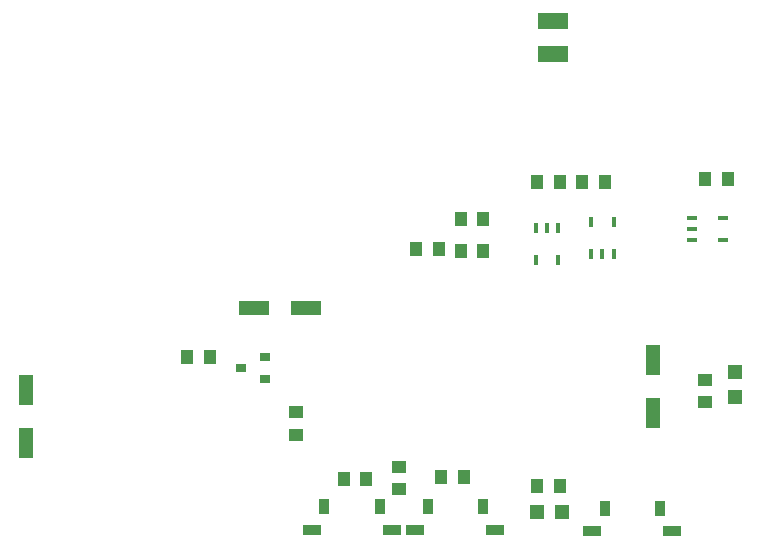
<source format=gtp>
G04 DipTrace 3.0.0.2*
G04 TeensyArbotixProRPIV0.2.gtp*
%MOIN*%
G04 #@! TF.FileFunction,Paste,Top*
G04 #@! TF.Part,Single*
%AMOUTLINE1*
4,1,4,
-0.0175,-0.025,
-0.0175,0.025,
0.0175,0.025,
0.0175,-0.025,
-0.0175,-0.025,
0*%
%AMOUTLINE2*
4,1,4,
0.0285,-0.0155,
-0.0285,-0.0155,
-0.0285,0.0155,
0.0285,0.0155,
0.0285,-0.0155,
0*%
%ADD33R,0.05X0.1*%
%ADD34R,0.1X0.05*%
%ADD44R,0.047244X0.047244*%
%ADD48R,0.035433X0.031496*%
%ADD80R,0.015748X0.035433*%
%ADD86R,0.035433X0.015748*%
%ADD112R,0.098425X0.055118*%
%ADD114R,0.051181X0.043307*%
%ADD120R,0.043307X0.051181*%
%ADD126OUTLINE1*%
%ADD127OUTLINE2*%
%FSLAX26Y26*%
G04*
G70*
G90*
G75*
G01*
G04 TopPaste*
%LPD*%
D33*
X533701Y743701D3*
Y918701D3*
D34*
X1468701Y1193701D3*
X1293701D3*
D112*
X2290987Y2038583D3*
Y2148819D3*
D114*
X1436260Y845654D3*
Y770851D3*
D33*
X2623701Y1018701D3*
Y843701D3*
D44*
X2238701Y513701D3*
X2321378D3*
X2898701Y978701D3*
Y896024D3*
D48*
X1333071Y956299D3*
Y1031103D3*
X1250394Y993701D3*
D120*
X1910583Y1388701D3*
X1835780D3*
X2058389Y1383701D3*
X1983586D3*
X1983701Y1488701D3*
X2058504D3*
D114*
X2798701Y878701D3*
Y953504D3*
D120*
X1146771Y1028701D3*
X1071967D3*
X2463701Y1613701D3*
X2388898D3*
X2238701D3*
X2313504D3*
X1918701Y628701D3*
X1993504D3*
D114*
X1778701Y663701D3*
Y588898D3*
D120*
X1668701Y623701D3*
X1593898D3*
X2798701Y1623378D3*
X2873504D3*
X2238701Y598701D3*
X2313504D3*
D126*
X2463701Y523701D3*
X2648701D3*
D127*
X2423201Y449201D3*
X2689201D3*
D126*
X1873701Y528701D3*
X2058701D3*
D127*
X1833201Y454201D3*
X2099201D3*
D126*
X1528701Y528701D3*
X1713701D3*
D127*
X1488201Y454201D3*
X1754201D3*
D86*
X2753701Y1493701D3*
Y1456299D3*
Y1418898D3*
X2860000D3*
Y1493701D3*
D80*
X2418701Y1373701D3*
X2456103D3*
X2493504D3*
Y1480000D3*
X2418701D3*
X2308701Y1458701D3*
X2271299D3*
X2233898D3*
Y1352402D3*
X2308701D3*
M02*

</source>
